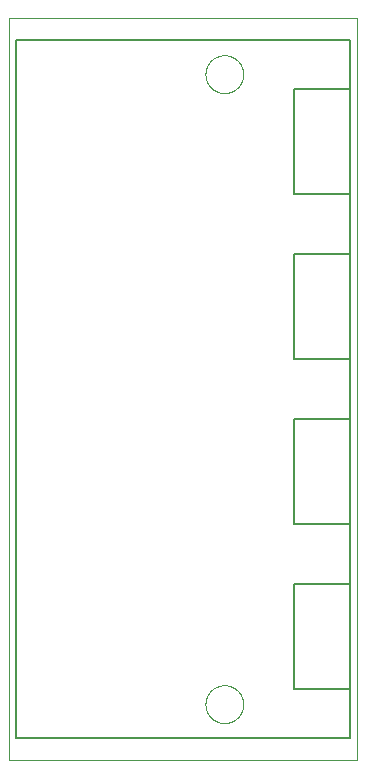
<source format=gto>
G04 EAGLE Gerber RS-274X export*
G75*
%MOMM*%
%FSLAX34Y34*%
%LPD*%
%INSilk top*%
%IPPOS*%
%AMOC8*
5,1,8,0,0,1.08239X$1,22.5*%
G01*
%ADD10C,0.000000*%
%ADD11C,0.127000*%


D10*
X0Y628650D02*
X0Y0D01*
X295275Y0D01*
X295275Y628650D01*
X0Y628650D01*
X166563Y47625D02*
X166568Y48018D01*
X166582Y48410D01*
X166606Y48802D01*
X166640Y49193D01*
X166683Y49584D01*
X166736Y49973D01*
X166799Y50360D01*
X166870Y50746D01*
X166952Y51131D01*
X167042Y51513D01*
X167143Y51892D01*
X167252Y52270D01*
X167371Y52644D01*
X167498Y53015D01*
X167635Y53383D01*
X167781Y53748D01*
X167936Y54109D01*
X168099Y54466D01*
X168271Y54819D01*
X168452Y55167D01*
X168642Y55511D01*
X168839Y55851D01*
X169045Y56185D01*
X169259Y56514D01*
X169482Y56838D01*
X169712Y57156D01*
X169949Y57469D01*
X170195Y57775D01*
X170448Y58076D01*
X170708Y58370D01*
X170975Y58658D01*
X171249Y58939D01*
X171530Y59213D01*
X171818Y59480D01*
X172112Y59740D01*
X172413Y59993D01*
X172719Y60239D01*
X173032Y60476D01*
X173350Y60706D01*
X173674Y60929D01*
X174003Y61143D01*
X174337Y61349D01*
X174677Y61546D01*
X175021Y61736D01*
X175369Y61917D01*
X175722Y62089D01*
X176079Y62252D01*
X176440Y62407D01*
X176805Y62553D01*
X177173Y62690D01*
X177544Y62817D01*
X177918Y62936D01*
X178296Y63045D01*
X178675Y63146D01*
X179057Y63236D01*
X179442Y63318D01*
X179828Y63389D01*
X180215Y63452D01*
X180604Y63505D01*
X180995Y63548D01*
X181386Y63582D01*
X181778Y63606D01*
X182170Y63620D01*
X182563Y63625D01*
X182956Y63620D01*
X183348Y63606D01*
X183740Y63582D01*
X184131Y63548D01*
X184522Y63505D01*
X184911Y63452D01*
X185298Y63389D01*
X185684Y63318D01*
X186069Y63236D01*
X186451Y63146D01*
X186830Y63045D01*
X187208Y62936D01*
X187582Y62817D01*
X187953Y62690D01*
X188321Y62553D01*
X188686Y62407D01*
X189047Y62252D01*
X189404Y62089D01*
X189757Y61917D01*
X190105Y61736D01*
X190449Y61546D01*
X190789Y61349D01*
X191123Y61143D01*
X191452Y60929D01*
X191776Y60706D01*
X192094Y60476D01*
X192407Y60239D01*
X192713Y59993D01*
X193014Y59740D01*
X193308Y59480D01*
X193596Y59213D01*
X193877Y58939D01*
X194151Y58658D01*
X194418Y58370D01*
X194678Y58076D01*
X194931Y57775D01*
X195177Y57469D01*
X195414Y57156D01*
X195644Y56838D01*
X195867Y56514D01*
X196081Y56185D01*
X196287Y55851D01*
X196484Y55511D01*
X196674Y55167D01*
X196855Y54819D01*
X197027Y54466D01*
X197190Y54109D01*
X197345Y53748D01*
X197491Y53383D01*
X197628Y53015D01*
X197755Y52644D01*
X197874Y52270D01*
X197983Y51892D01*
X198084Y51513D01*
X198174Y51131D01*
X198256Y50746D01*
X198327Y50360D01*
X198390Y49973D01*
X198443Y49584D01*
X198486Y49193D01*
X198520Y48802D01*
X198544Y48410D01*
X198558Y48018D01*
X198563Y47625D01*
X198558Y47232D01*
X198544Y46840D01*
X198520Y46448D01*
X198486Y46057D01*
X198443Y45666D01*
X198390Y45277D01*
X198327Y44890D01*
X198256Y44504D01*
X198174Y44119D01*
X198084Y43737D01*
X197983Y43358D01*
X197874Y42980D01*
X197755Y42606D01*
X197628Y42235D01*
X197491Y41867D01*
X197345Y41502D01*
X197190Y41141D01*
X197027Y40784D01*
X196855Y40431D01*
X196674Y40083D01*
X196484Y39739D01*
X196287Y39399D01*
X196081Y39065D01*
X195867Y38736D01*
X195644Y38412D01*
X195414Y38094D01*
X195177Y37781D01*
X194931Y37475D01*
X194678Y37174D01*
X194418Y36880D01*
X194151Y36592D01*
X193877Y36311D01*
X193596Y36037D01*
X193308Y35770D01*
X193014Y35510D01*
X192713Y35257D01*
X192407Y35011D01*
X192094Y34774D01*
X191776Y34544D01*
X191452Y34321D01*
X191123Y34107D01*
X190789Y33901D01*
X190449Y33704D01*
X190105Y33514D01*
X189757Y33333D01*
X189404Y33161D01*
X189047Y32998D01*
X188686Y32843D01*
X188321Y32697D01*
X187953Y32560D01*
X187582Y32433D01*
X187208Y32314D01*
X186830Y32205D01*
X186451Y32104D01*
X186069Y32014D01*
X185684Y31932D01*
X185298Y31861D01*
X184911Y31798D01*
X184522Y31745D01*
X184131Y31702D01*
X183740Y31668D01*
X183348Y31644D01*
X182956Y31630D01*
X182563Y31625D01*
X182170Y31630D01*
X181778Y31644D01*
X181386Y31668D01*
X180995Y31702D01*
X180604Y31745D01*
X180215Y31798D01*
X179828Y31861D01*
X179442Y31932D01*
X179057Y32014D01*
X178675Y32104D01*
X178296Y32205D01*
X177918Y32314D01*
X177544Y32433D01*
X177173Y32560D01*
X176805Y32697D01*
X176440Y32843D01*
X176079Y32998D01*
X175722Y33161D01*
X175369Y33333D01*
X175021Y33514D01*
X174677Y33704D01*
X174337Y33901D01*
X174003Y34107D01*
X173674Y34321D01*
X173350Y34544D01*
X173032Y34774D01*
X172719Y35011D01*
X172413Y35257D01*
X172112Y35510D01*
X171818Y35770D01*
X171530Y36037D01*
X171249Y36311D01*
X170975Y36592D01*
X170708Y36880D01*
X170448Y37174D01*
X170195Y37475D01*
X169949Y37781D01*
X169712Y38094D01*
X169482Y38412D01*
X169259Y38736D01*
X169045Y39065D01*
X168839Y39399D01*
X168642Y39739D01*
X168452Y40083D01*
X168271Y40431D01*
X168099Y40784D01*
X167936Y41141D01*
X167781Y41502D01*
X167635Y41867D01*
X167498Y42235D01*
X167371Y42606D01*
X167252Y42980D01*
X167143Y43358D01*
X167042Y43737D01*
X166952Y44119D01*
X166870Y44504D01*
X166799Y44890D01*
X166736Y45277D01*
X166683Y45666D01*
X166640Y46057D01*
X166606Y46448D01*
X166582Y46840D01*
X166568Y47232D01*
X166563Y47625D01*
X166563Y581025D02*
X166568Y581418D01*
X166582Y581810D01*
X166606Y582202D01*
X166640Y582593D01*
X166683Y582984D01*
X166736Y583373D01*
X166799Y583760D01*
X166870Y584146D01*
X166952Y584531D01*
X167042Y584913D01*
X167143Y585292D01*
X167252Y585670D01*
X167371Y586044D01*
X167498Y586415D01*
X167635Y586783D01*
X167781Y587148D01*
X167936Y587509D01*
X168099Y587866D01*
X168271Y588219D01*
X168452Y588567D01*
X168642Y588911D01*
X168839Y589251D01*
X169045Y589585D01*
X169259Y589914D01*
X169482Y590238D01*
X169712Y590556D01*
X169949Y590869D01*
X170195Y591175D01*
X170448Y591476D01*
X170708Y591770D01*
X170975Y592058D01*
X171249Y592339D01*
X171530Y592613D01*
X171818Y592880D01*
X172112Y593140D01*
X172413Y593393D01*
X172719Y593639D01*
X173032Y593876D01*
X173350Y594106D01*
X173674Y594329D01*
X174003Y594543D01*
X174337Y594749D01*
X174677Y594946D01*
X175021Y595136D01*
X175369Y595317D01*
X175722Y595489D01*
X176079Y595652D01*
X176440Y595807D01*
X176805Y595953D01*
X177173Y596090D01*
X177544Y596217D01*
X177918Y596336D01*
X178296Y596445D01*
X178675Y596546D01*
X179057Y596636D01*
X179442Y596718D01*
X179828Y596789D01*
X180215Y596852D01*
X180604Y596905D01*
X180995Y596948D01*
X181386Y596982D01*
X181778Y597006D01*
X182170Y597020D01*
X182563Y597025D01*
X182956Y597020D01*
X183348Y597006D01*
X183740Y596982D01*
X184131Y596948D01*
X184522Y596905D01*
X184911Y596852D01*
X185298Y596789D01*
X185684Y596718D01*
X186069Y596636D01*
X186451Y596546D01*
X186830Y596445D01*
X187208Y596336D01*
X187582Y596217D01*
X187953Y596090D01*
X188321Y595953D01*
X188686Y595807D01*
X189047Y595652D01*
X189404Y595489D01*
X189757Y595317D01*
X190105Y595136D01*
X190449Y594946D01*
X190789Y594749D01*
X191123Y594543D01*
X191452Y594329D01*
X191776Y594106D01*
X192094Y593876D01*
X192407Y593639D01*
X192713Y593393D01*
X193014Y593140D01*
X193308Y592880D01*
X193596Y592613D01*
X193877Y592339D01*
X194151Y592058D01*
X194418Y591770D01*
X194678Y591476D01*
X194931Y591175D01*
X195177Y590869D01*
X195414Y590556D01*
X195644Y590238D01*
X195867Y589914D01*
X196081Y589585D01*
X196287Y589251D01*
X196484Y588911D01*
X196674Y588567D01*
X196855Y588219D01*
X197027Y587866D01*
X197190Y587509D01*
X197345Y587148D01*
X197491Y586783D01*
X197628Y586415D01*
X197755Y586044D01*
X197874Y585670D01*
X197983Y585292D01*
X198084Y584913D01*
X198174Y584531D01*
X198256Y584146D01*
X198327Y583760D01*
X198390Y583373D01*
X198443Y582984D01*
X198486Y582593D01*
X198520Y582202D01*
X198544Y581810D01*
X198558Y581418D01*
X198563Y581025D01*
X198558Y580632D01*
X198544Y580240D01*
X198520Y579848D01*
X198486Y579457D01*
X198443Y579066D01*
X198390Y578677D01*
X198327Y578290D01*
X198256Y577904D01*
X198174Y577519D01*
X198084Y577137D01*
X197983Y576758D01*
X197874Y576380D01*
X197755Y576006D01*
X197628Y575635D01*
X197491Y575267D01*
X197345Y574902D01*
X197190Y574541D01*
X197027Y574184D01*
X196855Y573831D01*
X196674Y573483D01*
X196484Y573139D01*
X196287Y572799D01*
X196081Y572465D01*
X195867Y572136D01*
X195644Y571812D01*
X195414Y571494D01*
X195177Y571181D01*
X194931Y570875D01*
X194678Y570574D01*
X194418Y570280D01*
X194151Y569992D01*
X193877Y569711D01*
X193596Y569437D01*
X193308Y569170D01*
X193014Y568910D01*
X192713Y568657D01*
X192407Y568411D01*
X192094Y568174D01*
X191776Y567944D01*
X191452Y567721D01*
X191123Y567507D01*
X190789Y567301D01*
X190449Y567104D01*
X190105Y566914D01*
X189757Y566733D01*
X189404Y566561D01*
X189047Y566398D01*
X188686Y566243D01*
X188321Y566097D01*
X187953Y565960D01*
X187582Y565833D01*
X187208Y565714D01*
X186830Y565605D01*
X186451Y565504D01*
X186069Y565414D01*
X185684Y565332D01*
X185298Y565261D01*
X184911Y565198D01*
X184522Y565145D01*
X184131Y565102D01*
X183740Y565068D01*
X183348Y565044D01*
X182956Y565030D01*
X182563Y565025D01*
X182170Y565030D01*
X181778Y565044D01*
X181386Y565068D01*
X180995Y565102D01*
X180604Y565145D01*
X180215Y565198D01*
X179828Y565261D01*
X179442Y565332D01*
X179057Y565414D01*
X178675Y565504D01*
X178296Y565605D01*
X177918Y565714D01*
X177544Y565833D01*
X177173Y565960D01*
X176805Y566097D01*
X176440Y566243D01*
X176079Y566398D01*
X175722Y566561D01*
X175369Y566733D01*
X175021Y566914D01*
X174677Y567104D01*
X174337Y567301D01*
X174003Y567507D01*
X173674Y567721D01*
X173350Y567944D01*
X173032Y568174D01*
X172719Y568411D01*
X172413Y568657D01*
X172112Y568910D01*
X171818Y569170D01*
X171530Y569437D01*
X171249Y569711D01*
X170975Y569992D01*
X170708Y570280D01*
X170448Y570574D01*
X170195Y570875D01*
X169949Y571181D01*
X169712Y571494D01*
X169482Y571812D01*
X169259Y572136D01*
X169045Y572465D01*
X168839Y572799D01*
X168642Y573139D01*
X168452Y573483D01*
X168271Y573831D01*
X168099Y574184D01*
X167936Y574541D01*
X167781Y574902D01*
X167635Y575267D01*
X167498Y575635D01*
X167371Y576006D01*
X167252Y576380D01*
X167143Y576758D01*
X167042Y577137D01*
X166952Y577519D01*
X166870Y577904D01*
X166799Y578290D01*
X166736Y578677D01*
X166683Y579066D01*
X166640Y579457D01*
X166606Y579848D01*
X166582Y580240D01*
X166568Y580632D01*
X166563Y581025D01*
D11*
X288925Y19050D02*
X6350Y19050D01*
X6350Y609600D01*
X288925Y609600D01*
X288925Y19050D01*
X288925Y60325D02*
X241300Y60325D01*
X241300Y149225D01*
X288925Y149225D01*
X288925Y200025D02*
X241300Y200025D01*
X241300Y288925D01*
X288925Y288925D01*
X288925Y339725D02*
X241300Y339725D01*
X241300Y428625D01*
X288925Y428625D01*
X288925Y479425D02*
X241300Y479425D01*
X241300Y568325D01*
X288925Y568325D01*
M02*

</source>
